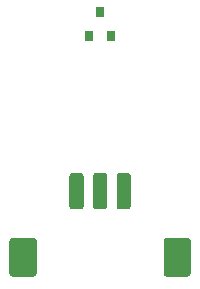
<source format=gtp>
G04 #@! TF.GenerationSoftware,KiCad,Pcbnew,(5.1.9)-1*
G04 #@! TF.CreationDate,2021-05-18T23:06:42-05:00*
G04 #@! TF.ProjectId,Magnetic_Switch,4d61676e-6574-4696-935f-537769746368,rev?*
G04 #@! TF.SameCoordinates,Original*
G04 #@! TF.FileFunction,Paste,Top*
G04 #@! TF.FilePolarity,Positive*
%FSLAX46Y46*%
G04 Gerber Fmt 4.6, Leading zero omitted, Abs format (unit mm)*
G04 Created by KiCad (PCBNEW (5.1.9)-1) date 2021-05-18 23:06:42*
%MOMM*%
%LPD*%
G01*
G04 APERTURE LIST*
%ADD10R,0.800000X0.900000*%
G04 APERTURE END LIST*
D10*
X144000000Y-85500000D03*
X144950000Y-87500000D03*
X143050000Y-87500000D03*
G36*
G01*
X149370000Y-107650000D02*
X149370000Y-104850000D01*
G75*
G02*
X149620000Y-104600000I250000J0D01*
G01*
X151420000Y-104600000D01*
G75*
G02*
X151670000Y-104850000I0J-250000D01*
G01*
X151670000Y-107650000D01*
G75*
G02*
X151420000Y-107900000I-250000J0D01*
G01*
X149620000Y-107900000D01*
G75*
G02*
X149370000Y-107650000I0J250000D01*
G01*
G37*
G36*
G01*
X136330000Y-107650000D02*
X136330000Y-104850000D01*
G75*
G02*
X136580000Y-104600000I250000J0D01*
G01*
X138380000Y-104600000D01*
G75*
G02*
X138630000Y-104850000I0J-250000D01*
G01*
X138630000Y-107650000D01*
G75*
G02*
X138380000Y-107900000I-250000J0D01*
G01*
X136580000Y-107900000D01*
G75*
G02*
X136330000Y-107650000I0J250000D01*
G01*
G37*
G36*
G01*
X145400000Y-101950001D02*
X145400000Y-99349999D01*
G75*
G02*
X145649999Y-99100000I249999J0D01*
G01*
X146350001Y-99100000D01*
G75*
G02*
X146600000Y-99349999I0J-249999D01*
G01*
X146600000Y-101950001D01*
G75*
G02*
X146350001Y-102200000I-249999J0D01*
G01*
X145649999Y-102200000D01*
G75*
G02*
X145400000Y-101950001I0J249999D01*
G01*
G37*
G36*
G01*
X143400000Y-101950001D02*
X143400000Y-99349999D01*
G75*
G02*
X143649999Y-99100000I249999J0D01*
G01*
X144350001Y-99100000D01*
G75*
G02*
X144600000Y-99349999I0J-249999D01*
G01*
X144600000Y-101950001D01*
G75*
G02*
X144350001Y-102200000I-249999J0D01*
G01*
X143649999Y-102200000D01*
G75*
G02*
X143400000Y-101950001I0J249999D01*
G01*
G37*
G36*
G01*
X141400000Y-101950001D02*
X141400000Y-99349999D01*
G75*
G02*
X141649999Y-99100000I249999J0D01*
G01*
X142350001Y-99100000D01*
G75*
G02*
X142600000Y-99349999I0J-249999D01*
G01*
X142600000Y-101950001D01*
G75*
G02*
X142350001Y-102200000I-249999J0D01*
G01*
X141649999Y-102200000D01*
G75*
G02*
X141400000Y-101950001I0J249999D01*
G01*
G37*
M02*

</source>
